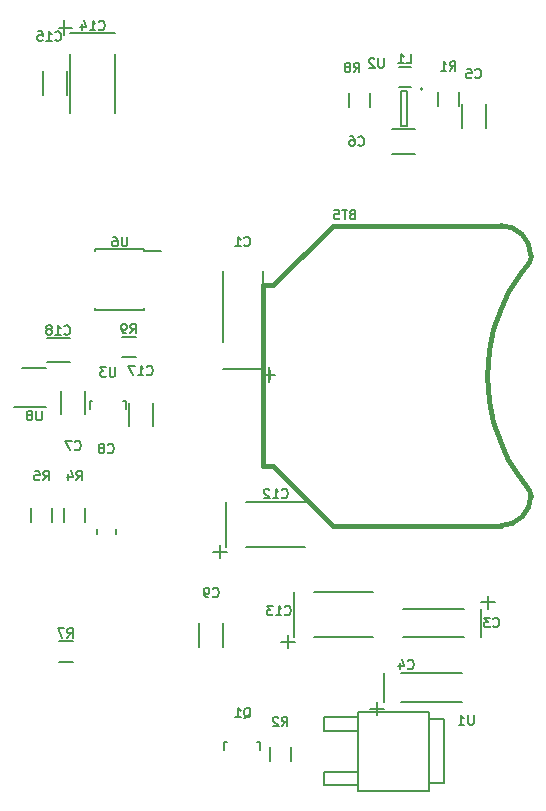
<source format=gbr>
G04 #@! TF.FileFunction,Legend,Bot*
%FSLAX46Y46*%
G04 Gerber Fmt 4.6, Leading zero omitted, Abs format (unit mm)*
G04 Created by KiCad (PCBNEW 0.201509101502+6177~30~ubuntu14.04.1-product) date Sat 12 Sep 2015 09:47:26 PM CEST*
%MOMM*%
G01*
G04 APERTURE LIST*
%ADD10C,0.100000*%
%ADD11C,0.150000*%
%ADD12C,0.381000*%
%ADD13C,0.127000*%
%ADD14C,0.160000*%
G04 APERTURE END LIST*
D10*
D11*
X38198400Y-10415800D02*
G75*
G03X38198400Y-10415800I-100000J0D01*
G01*
X36380000Y-10615000D02*
X36880000Y-10615000D01*
X36380000Y-13515000D02*
X36380000Y-10615000D01*
X36880000Y-13515000D02*
X36380000Y-13515000D01*
X36880000Y-10615000D02*
X36880000Y-13515000D01*
X19295000Y-57642000D02*
X19295000Y-55642000D01*
X21345000Y-55642000D02*
X21345000Y-57642000D01*
X14648000Y-23968000D02*
X14648000Y-24113000D01*
X10498000Y-23968000D02*
X10498000Y-24113000D01*
X10498000Y-29118000D02*
X10498000Y-28973000D01*
X14648000Y-29118000D02*
X14648000Y-28973000D01*
X14648000Y-23968000D02*
X10498000Y-23968000D01*
X14648000Y-29118000D02*
X10498000Y-29118000D01*
X14648000Y-24113000D02*
X16048000Y-24113000D01*
X13056820Y-37515800D02*
X13056820Y-36814760D01*
X13056820Y-36814760D02*
X12807900Y-36814760D01*
X10257840Y-36814760D02*
X10057180Y-36814760D01*
X10057180Y-36814760D02*
X10057180Y-37515800D01*
X24425820Y-66367660D02*
X24425820Y-65666620D01*
X24425820Y-65666620D02*
X24176900Y-65666620D01*
X21626840Y-65666620D02*
X21426180Y-65666620D01*
X21426180Y-65666620D02*
X21426180Y-66367660D01*
X37203000Y-10248000D02*
X36203000Y-10248000D01*
X36203000Y-8548000D02*
X37203000Y-8548000D01*
X15376000Y-36973000D02*
X15376000Y-38973000D01*
X13326000Y-38973000D02*
X13326000Y-36973000D01*
X8137000Y-8906000D02*
X8137000Y-10906000D01*
X6087000Y-10906000D02*
X6087000Y-8906000D01*
X8387080Y-5704840D02*
X12186920Y-5704840D01*
X8387080Y-12405360D02*
X8387080Y-7406640D01*
X12186920Y-12402820D02*
X12186920Y-7404100D01*
X7383780Y-5201920D02*
X8483600Y-5201920D01*
X7884160Y-4602480D02*
X7884160Y-5801360D01*
X27327860Y-56763920D02*
X27327860Y-52964080D01*
X34028380Y-56763920D02*
X29029660Y-56763920D01*
X34025840Y-52964080D02*
X29027120Y-52964080D01*
X26824940Y-57767220D02*
X26824940Y-56667400D01*
X26225500Y-57266840D02*
X27424380Y-57266840D01*
X21579840Y-49143920D02*
X21579840Y-45344080D01*
X28280360Y-49143920D02*
X23281640Y-49143920D01*
X28277820Y-45344080D02*
X23279100Y-45344080D01*
X21076920Y-50147220D02*
X21076920Y-49047400D01*
X20477480Y-49646840D02*
X21676360Y-49646840D01*
X10629900Y-47879000D02*
X10629900Y-47678340D01*
X10629900Y-47879000D02*
X10629900Y-48079660D01*
X12230100Y-47978060D02*
X12230100Y-48079660D01*
X12230100Y-48079660D02*
X12230100Y-47678340D01*
X9661000Y-35957000D02*
X9661000Y-37957000D01*
X7611000Y-37957000D02*
X7611000Y-35957000D01*
X37576000Y-15884000D02*
X35576000Y-15884000D01*
X35576000Y-13834000D02*
X37576000Y-13834000D01*
X41520000Y-13700000D02*
X41520000Y-11700000D01*
X43570000Y-11700000D02*
X43570000Y-13700000D01*
X36355020Y-59888120D02*
X41556940Y-59888120D01*
X41556940Y-62285880D02*
X36355020Y-62285880D01*
X34356040Y-63385700D02*
X34356040Y-62285880D01*
X33756600Y-62885320D02*
X34955480Y-62885320D01*
X34960560Y-62285880D02*
X34960560Y-59888120D01*
X41716960Y-56824880D02*
X36515040Y-56824880D01*
X36515040Y-54427120D02*
X41716960Y-54427120D01*
X43715940Y-53327300D02*
X43715940Y-54427120D01*
X44315380Y-53827680D02*
X43116500Y-53827680D01*
X43111420Y-54427120D02*
X43111420Y-56824880D01*
X24686260Y-34079180D02*
X21287740Y-34079180D01*
X21287740Y-25829260D02*
X21287740Y-31828740D01*
X24686260Y-25829260D02*
X24686260Y-31828740D01*
X25689560Y-34582100D02*
X24589740Y-34582100D01*
X25189180Y-35181540D02*
X25189180Y-33982660D01*
X6366000Y-31487000D02*
X8366000Y-31487000D01*
X8366000Y-33537000D02*
X6366000Y-33537000D01*
X4309000Y-34037000D02*
X6359000Y-34037000D01*
X3604000Y-37337000D02*
X6359000Y-37337000D01*
X27037000Y-67322000D02*
X27037000Y-66122000D01*
X25287000Y-66122000D02*
X25287000Y-67322000D01*
X12735000Y-33133000D02*
X13935000Y-33133000D01*
X13935000Y-31383000D02*
X12735000Y-31383000D01*
X41261000Y-11856000D02*
X41261000Y-10656000D01*
X39511000Y-10656000D02*
X39511000Y-11856000D01*
X9638000Y-47082000D02*
X9638000Y-45882000D01*
X7888000Y-45882000D02*
X7888000Y-47082000D01*
X6844000Y-47082000D02*
X6844000Y-45882000D01*
X5094000Y-45882000D02*
X5094000Y-47082000D01*
X8601000Y-57164000D02*
X7401000Y-57164000D01*
X7401000Y-58914000D02*
X8601000Y-58914000D01*
X32018000Y-10703000D02*
X32018000Y-11903000D01*
X33768000Y-11903000D02*
X33768000Y-10703000D01*
D12*
X43688000Y-34671000D02*
X43815000Y-36830000D01*
X43815000Y-36830000D02*
X44196000Y-38608000D01*
X44196000Y-38608000D02*
X44831000Y-40386000D01*
X44831000Y-40386000D02*
X45466000Y-41783000D01*
X45466000Y-41783000D02*
X46355000Y-43180000D01*
X46355000Y-43180000D02*
X47244000Y-44323000D01*
X47244000Y-44323000D02*
X47371000Y-44831000D01*
X47371000Y-24511000D02*
X47244000Y-25019000D01*
X47244000Y-25019000D02*
X46355000Y-26162000D01*
X46355000Y-26162000D02*
X45466000Y-27559000D01*
X45466000Y-27559000D02*
X44831000Y-28956000D01*
X44831000Y-28956000D02*
X44196000Y-30734000D01*
X44196000Y-30734000D02*
X43815000Y-32512000D01*
X43815000Y-32512000D02*
X43688000Y-34671000D01*
X47371000Y-44831000D02*
G75*
G02X44831000Y-47371000I-2540000J0D01*
G01*
X44831000Y-21971000D02*
G75*
G02X47371000Y-24511000I0J-2540000D01*
G01*
X25527000Y-42367200D02*
X30657800Y-47371000D01*
X30657800Y-47371000D02*
X44805600Y-47371000D01*
X25527000Y-26974800D02*
X30657800Y-21971000D01*
X30657800Y-21971000D02*
X44805600Y-21971000D01*
X24714200Y-26974800D02*
X25527000Y-26974800D01*
X24714200Y-42367200D02*
X25527000Y-42367200D01*
X24714200Y-26974800D02*
X24714200Y-42367200D01*
D13*
X38785800Y-69189600D02*
X39979600Y-69189600D01*
X39979600Y-69189600D02*
X39979600Y-63779400D01*
X39979600Y-63779400D02*
X38773100Y-63779400D01*
X32778700Y-64757300D02*
X29870400Y-64757300D01*
X29870400Y-63614300D02*
X32778700Y-63614300D01*
X29870400Y-64757300D02*
X29870400Y-63614300D01*
X29870400Y-69354700D02*
X29870400Y-68211700D01*
X29870400Y-68211700D02*
X32778700Y-68211700D01*
X32778700Y-69354700D02*
X29870400Y-69354700D01*
X32778700Y-63131700D02*
X38773100Y-63131700D01*
X38773100Y-63131700D02*
X38773100Y-69837300D01*
X38773100Y-69837300D02*
X32778700Y-69837300D01*
X32778700Y-63131700D02*
X32778700Y-69837300D01*
D14*
X34899524Y-7816905D02*
X34899524Y-8464524D01*
X34861429Y-8540714D01*
X34823333Y-8578810D01*
X34747143Y-8616905D01*
X34594762Y-8616905D01*
X34518571Y-8578810D01*
X34480476Y-8540714D01*
X34442381Y-8464524D01*
X34442381Y-7816905D01*
X34099524Y-7893095D02*
X34061429Y-7855000D01*
X33985238Y-7816905D01*
X33794762Y-7816905D01*
X33718572Y-7855000D01*
X33680476Y-7893095D01*
X33642381Y-7969286D01*
X33642381Y-8045476D01*
X33680476Y-8159762D01*
X34137619Y-8616905D01*
X33642381Y-8616905D01*
X20453333Y-53371714D02*
X20491428Y-53409810D01*
X20605714Y-53447905D01*
X20681904Y-53447905D01*
X20796190Y-53409810D01*
X20872381Y-53333619D01*
X20910476Y-53257429D01*
X20948571Y-53105048D01*
X20948571Y-52990762D01*
X20910476Y-52838381D01*
X20872381Y-52762190D01*
X20796190Y-52686000D01*
X20681904Y-52647905D01*
X20605714Y-52647905D01*
X20491428Y-52686000D01*
X20453333Y-52724095D01*
X20072381Y-53447905D02*
X19920000Y-53447905D01*
X19843809Y-53409810D01*
X19805714Y-53371714D01*
X19729523Y-53257429D01*
X19691428Y-53105048D01*
X19691428Y-52800286D01*
X19729523Y-52724095D01*
X19767619Y-52686000D01*
X19843809Y-52647905D01*
X19996190Y-52647905D01*
X20072381Y-52686000D01*
X20110476Y-52724095D01*
X20148571Y-52800286D01*
X20148571Y-52990762D01*
X20110476Y-53066952D01*
X20072381Y-53105048D01*
X19996190Y-53143143D01*
X19843809Y-53143143D01*
X19767619Y-53105048D01*
X19729523Y-53066952D01*
X19691428Y-52990762D01*
X13182524Y-22929905D02*
X13182524Y-23577524D01*
X13144429Y-23653714D01*
X13106333Y-23691810D01*
X13030143Y-23729905D01*
X12877762Y-23729905D01*
X12801571Y-23691810D01*
X12763476Y-23653714D01*
X12725381Y-23577524D01*
X12725381Y-22929905D01*
X12001572Y-22929905D02*
X12153953Y-22929905D01*
X12230143Y-22968000D01*
X12268238Y-23006095D01*
X12344429Y-23120381D01*
X12382524Y-23272762D01*
X12382524Y-23577524D01*
X12344429Y-23653714D01*
X12306334Y-23691810D01*
X12230143Y-23729905D01*
X12077762Y-23729905D01*
X12001572Y-23691810D01*
X11963476Y-23653714D01*
X11925381Y-23577524D01*
X11925381Y-23387048D01*
X11963476Y-23310857D01*
X12001572Y-23272762D01*
X12077762Y-23234667D01*
X12230143Y-23234667D01*
X12306334Y-23272762D01*
X12344429Y-23310857D01*
X12382524Y-23387048D01*
X12166524Y-33978905D02*
X12166524Y-34626524D01*
X12128429Y-34702714D01*
X12090333Y-34740810D01*
X12014143Y-34778905D01*
X11861762Y-34778905D01*
X11785571Y-34740810D01*
X11747476Y-34702714D01*
X11709381Y-34626524D01*
X11709381Y-33978905D01*
X11404619Y-33978905D02*
X10909381Y-33978905D01*
X11176048Y-34283667D01*
X11061762Y-34283667D01*
X10985572Y-34321762D01*
X10947476Y-34359857D01*
X10909381Y-34436048D01*
X10909381Y-34626524D01*
X10947476Y-34702714D01*
X10985572Y-34740810D01*
X11061762Y-34778905D01*
X11290334Y-34778905D01*
X11366524Y-34740810D01*
X11404619Y-34702714D01*
X23063190Y-63684095D02*
X23139381Y-63646000D01*
X23215571Y-63569810D01*
X23329857Y-63455524D01*
X23406048Y-63417429D01*
X23482238Y-63417429D01*
X23444143Y-63607905D02*
X23520333Y-63569810D01*
X23596524Y-63493619D01*
X23634619Y-63341238D01*
X23634619Y-63074571D01*
X23596524Y-62922190D01*
X23520333Y-62846000D01*
X23444143Y-62807905D01*
X23291762Y-62807905D01*
X23215571Y-62846000D01*
X23139381Y-62922190D01*
X23101286Y-63074571D01*
X23101286Y-63341238D01*
X23139381Y-63493619D01*
X23215571Y-63569810D01*
X23291762Y-63607905D01*
X23444143Y-63607905D01*
X22339381Y-63607905D02*
X22796524Y-63607905D01*
X22567953Y-63607905D02*
X22567953Y-62807905D01*
X22644143Y-62922190D01*
X22720334Y-62998381D01*
X22796524Y-63036476D01*
X36836333Y-8235905D02*
X37217286Y-8235905D01*
X37217286Y-7435905D01*
X36150619Y-8235905D02*
X36607762Y-8235905D01*
X36379191Y-8235905D02*
X36379191Y-7435905D01*
X36455381Y-7550190D01*
X36531572Y-7626381D01*
X36607762Y-7664476D01*
X14865286Y-34575714D02*
X14903381Y-34613810D01*
X15017667Y-34651905D01*
X15093857Y-34651905D01*
X15208143Y-34613810D01*
X15284334Y-34537619D01*
X15322429Y-34461429D01*
X15360524Y-34309048D01*
X15360524Y-34194762D01*
X15322429Y-34042381D01*
X15284334Y-33966190D01*
X15208143Y-33890000D01*
X15093857Y-33851905D01*
X15017667Y-33851905D01*
X14903381Y-33890000D01*
X14865286Y-33928095D01*
X14103381Y-34651905D02*
X14560524Y-34651905D01*
X14331953Y-34651905D02*
X14331953Y-33851905D01*
X14408143Y-33966190D01*
X14484334Y-34042381D01*
X14560524Y-34080476D01*
X13836714Y-33851905D02*
X13303381Y-33851905D01*
X13646238Y-34651905D01*
X7118286Y-6254714D02*
X7156381Y-6292810D01*
X7270667Y-6330905D01*
X7346857Y-6330905D01*
X7461143Y-6292810D01*
X7537334Y-6216619D01*
X7575429Y-6140429D01*
X7613524Y-5988048D01*
X7613524Y-5873762D01*
X7575429Y-5721381D01*
X7537334Y-5645190D01*
X7461143Y-5569000D01*
X7346857Y-5530905D01*
X7270667Y-5530905D01*
X7156381Y-5569000D01*
X7118286Y-5607095D01*
X6356381Y-6330905D02*
X6813524Y-6330905D01*
X6584953Y-6330905D02*
X6584953Y-5530905D01*
X6661143Y-5645190D01*
X6737334Y-5721381D01*
X6813524Y-5759476D01*
X5632571Y-5530905D02*
X6013524Y-5530905D01*
X6051619Y-5911857D01*
X6013524Y-5873762D01*
X5937333Y-5835667D01*
X5746857Y-5835667D01*
X5670667Y-5873762D01*
X5632571Y-5911857D01*
X5594476Y-5988048D01*
X5594476Y-6178524D01*
X5632571Y-6254714D01*
X5670667Y-6292810D01*
X5746857Y-6330905D01*
X5937333Y-6330905D01*
X6013524Y-6292810D01*
X6051619Y-6254714D01*
X10801286Y-5365714D02*
X10839381Y-5403810D01*
X10953667Y-5441905D01*
X11029857Y-5441905D01*
X11144143Y-5403810D01*
X11220334Y-5327619D01*
X11258429Y-5251429D01*
X11296524Y-5099048D01*
X11296524Y-4984762D01*
X11258429Y-4832381D01*
X11220334Y-4756190D01*
X11144143Y-4680000D01*
X11029857Y-4641905D01*
X10953667Y-4641905D01*
X10839381Y-4680000D01*
X10801286Y-4718095D01*
X10039381Y-5441905D02*
X10496524Y-5441905D01*
X10267953Y-5441905D02*
X10267953Y-4641905D01*
X10344143Y-4756190D01*
X10420334Y-4832381D01*
X10496524Y-4870476D01*
X9353667Y-4908571D02*
X9353667Y-5441905D01*
X9544143Y-4603810D02*
X9734619Y-5175238D01*
X9239381Y-5175238D01*
X26549286Y-54895714D02*
X26587381Y-54933810D01*
X26701667Y-54971905D01*
X26777857Y-54971905D01*
X26892143Y-54933810D01*
X26968334Y-54857619D01*
X27006429Y-54781429D01*
X27044524Y-54629048D01*
X27044524Y-54514762D01*
X27006429Y-54362381D01*
X26968334Y-54286190D01*
X26892143Y-54210000D01*
X26777857Y-54171905D01*
X26701667Y-54171905D01*
X26587381Y-54210000D01*
X26549286Y-54248095D01*
X25787381Y-54971905D02*
X26244524Y-54971905D01*
X26015953Y-54971905D02*
X26015953Y-54171905D01*
X26092143Y-54286190D01*
X26168334Y-54362381D01*
X26244524Y-54400476D01*
X25520714Y-54171905D02*
X25025476Y-54171905D01*
X25292143Y-54476667D01*
X25177857Y-54476667D01*
X25101667Y-54514762D01*
X25063571Y-54552857D01*
X25025476Y-54629048D01*
X25025476Y-54819524D01*
X25063571Y-54895714D01*
X25101667Y-54933810D01*
X25177857Y-54971905D01*
X25406429Y-54971905D01*
X25482619Y-54933810D01*
X25520714Y-54895714D01*
X26295286Y-44989714D02*
X26333381Y-45027810D01*
X26447667Y-45065905D01*
X26523857Y-45065905D01*
X26638143Y-45027810D01*
X26714334Y-44951619D01*
X26752429Y-44875429D01*
X26790524Y-44723048D01*
X26790524Y-44608762D01*
X26752429Y-44456381D01*
X26714334Y-44380190D01*
X26638143Y-44304000D01*
X26523857Y-44265905D01*
X26447667Y-44265905D01*
X26333381Y-44304000D01*
X26295286Y-44342095D01*
X25533381Y-45065905D02*
X25990524Y-45065905D01*
X25761953Y-45065905D02*
X25761953Y-44265905D01*
X25838143Y-44380190D01*
X25914334Y-44456381D01*
X25990524Y-44494476D01*
X25228619Y-44342095D02*
X25190524Y-44304000D01*
X25114333Y-44265905D01*
X24923857Y-44265905D01*
X24847667Y-44304000D01*
X24809571Y-44342095D01*
X24771476Y-44418286D01*
X24771476Y-44494476D01*
X24809571Y-44608762D01*
X25266714Y-45065905D01*
X24771476Y-45065905D01*
X11563333Y-41179714D02*
X11601428Y-41217810D01*
X11715714Y-41255905D01*
X11791904Y-41255905D01*
X11906190Y-41217810D01*
X11982381Y-41141619D01*
X12020476Y-41065429D01*
X12058571Y-40913048D01*
X12058571Y-40798762D01*
X12020476Y-40646381D01*
X11982381Y-40570190D01*
X11906190Y-40494000D01*
X11791904Y-40455905D01*
X11715714Y-40455905D01*
X11601428Y-40494000D01*
X11563333Y-40532095D01*
X11106190Y-40798762D02*
X11182381Y-40760667D01*
X11220476Y-40722571D01*
X11258571Y-40646381D01*
X11258571Y-40608286D01*
X11220476Y-40532095D01*
X11182381Y-40494000D01*
X11106190Y-40455905D01*
X10953809Y-40455905D01*
X10877619Y-40494000D01*
X10839523Y-40532095D01*
X10801428Y-40608286D01*
X10801428Y-40646381D01*
X10839523Y-40722571D01*
X10877619Y-40760667D01*
X10953809Y-40798762D01*
X11106190Y-40798762D01*
X11182381Y-40836857D01*
X11220476Y-40874952D01*
X11258571Y-40951143D01*
X11258571Y-41103524D01*
X11220476Y-41179714D01*
X11182381Y-41217810D01*
X11106190Y-41255905D01*
X10953809Y-41255905D01*
X10877619Y-41217810D01*
X10839523Y-41179714D01*
X10801428Y-41103524D01*
X10801428Y-40951143D01*
X10839523Y-40874952D01*
X10877619Y-40836857D01*
X10953809Y-40798762D01*
X8769333Y-40925714D02*
X8807428Y-40963810D01*
X8921714Y-41001905D01*
X8997904Y-41001905D01*
X9112190Y-40963810D01*
X9188381Y-40887619D01*
X9226476Y-40811429D01*
X9264571Y-40659048D01*
X9264571Y-40544762D01*
X9226476Y-40392381D01*
X9188381Y-40316190D01*
X9112190Y-40240000D01*
X8997904Y-40201905D01*
X8921714Y-40201905D01*
X8807428Y-40240000D01*
X8769333Y-40278095D01*
X8502666Y-40201905D02*
X7969333Y-40201905D01*
X8312190Y-41001905D01*
X32772333Y-15144714D02*
X32810428Y-15182810D01*
X32924714Y-15220905D01*
X33000904Y-15220905D01*
X33115190Y-15182810D01*
X33191381Y-15106619D01*
X33229476Y-15030429D01*
X33267571Y-14878048D01*
X33267571Y-14763762D01*
X33229476Y-14611381D01*
X33191381Y-14535190D01*
X33115190Y-14459000D01*
X33000904Y-14420905D01*
X32924714Y-14420905D01*
X32810428Y-14459000D01*
X32772333Y-14497095D01*
X32086619Y-14420905D02*
X32239000Y-14420905D01*
X32315190Y-14459000D01*
X32353285Y-14497095D01*
X32429476Y-14611381D01*
X32467571Y-14763762D01*
X32467571Y-15068524D01*
X32429476Y-15144714D01*
X32391381Y-15182810D01*
X32315190Y-15220905D01*
X32162809Y-15220905D01*
X32086619Y-15182810D01*
X32048523Y-15144714D01*
X32010428Y-15068524D01*
X32010428Y-14878048D01*
X32048523Y-14801857D01*
X32086619Y-14763762D01*
X32162809Y-14725667D01*
X32315190Y-14725667D01*
X32391381Y-14763762D01*
X32429476Y-14801857D01*
X32467571Y-14878048D01*
X42678333Y-9429714D02*
X42716428Y-9467810D01*
X42830714Y-9505905D01*
X42906904Y-9505905D01*
X43021190Y-9467810D01*
X43097381Y-9391619D01*
X43135476Y-9315429D01*
X43173571Y-9163048D01*
X43173571Y-9048762D01*
X43135476Y-8896381D01*
X43097381Y-8820190D01*
X43021190Y-8744000D01*
X42906904Y-8705905D01*
X42830714Y-8705905D01*
X42716428Y-8744000D01*
X42678333Y-8782095D01*
X41954523Y-8705905D02*
X42335476Y-8705905D01*
X42373571Y-9086857D01*
X42335476Y-9048762D01*
X42259285Y-9010667D01*
X42068809Y-9010667D01*
X41992619Y-9048762D01*
X41954523Y-9086857D01*
X41916428Y-9163048D01*
X41916428Y-9353524D01*
X41954523Y-9429714D01*
X41992619Y-9467810D01*
X42068809Y-9505905D01*
X42259285Y-9505905D01*
X42335476Y-9467810D01*
X42373571Y-9429714D01*
X36963333Y-59467714D02*
X37001428Y-59505810D01*
X37115714Y-59543905D01*
X37191904Y-59543905D01*
X37306190Y-59505810D01*
X37382381Y-59429619D01*
X37420476Y-59353429D01*
X37458571Y-59201048D01*
X37458571Y-59086762D01*
X37420476Y-58934381D01*
X37382381Y-58858190D01*
X37306190Y-58782000D01*
X37191904Y-58743905D01*
X37115714Y-58743905D01*
X37001428Y-58782000D01*
X36963333Y-58820095D01*
X36277619Y-59010571D02*
X36277619Y-59543905D01*
X36468095Y-58705810D02*
X36658571Y-59277238D01*
X36163333Y-59277238D01*
X44202333Y-55911714D02*
X44240428Y-55949810D01*
X44354714Y-55987905D01*
X44430904Y-55987905D01*
X44545190Y-55949810D01*
X44621381Y-55873619D01*
X44659476Y-55797429D01*
X44697571Y-55645048D01*
X44697571Y-55530762D01*
X44659476Y-55378381D01*
X44621381Y-55302190D01*
X44545190Y-55226000D01*
X44430904Y-55187905D01*
X44354714Y-55187905D01*
X44240428Y-55226000D01*
X44202333Y-55264095D01*
X43935666Y-55187905D02*
X43440428Y-55187905D01*
X43707095Y-55492667D01*
X43592809Y-55492667D01*
X43516619Y-55530762D01*
X43478523Y-55568857D01*
X43440428Y-55645048D01*
X43440428Y-55835524D01*
X43478523Y-55911714D01*
X43516619Y-55949810D01*
X43592809Y-55987905D01*
X43821381Y-55987905D01*
X43897571Y-55949810D01*
X43935666Y-55911714D01*
X23120333Y-23653714D02*
X23158428Y-23691810D01*
X23272714Y-23729905D01*
X23348904Y-23729905D01*
X23463190Y-23691810D01*
X23539381Y-23615619D01*
X23577476Y-23539429D01*
X23615571Y-23387048D01*
X23615571Y-23272762D01*
X23577476Y-23120381D01*
X23539381Y-23044190D01*
X23463190Y-22968000D01*
X23348904Y-22929905D01*
X23272714Y-22929905D01*
X23158428Y-22968000D01*
X23120333Y-23006095D01*
X22358428Y-23729905D02*
X22815571Y-23729905D01*
X22587000Y-23729905D02*
X22587000Y-22929905D01*
X22663190Y-23044190D01*
X22739381Y-23120381D01*
X22815571Y-23158476D01*
D11*
X25258069Y-34198608D02*
X25258069Y-34960513D01*
X25639021Y-34579561D02*
X24877116Y-34579561D01*
D14*
X7880286Y-31146714D02*
X7918381Y-31184810D01*
X8032667Y-31222905D01*
X8108857Y-31222905D01*
X8223143Y-31184810D01*
X8299334Y-31108619D01*
X8337429Y-31032429D01*
X8375524Y-30880048D01*
X8375524Y-30765762D01*
X8337429Y-30613381D01*
X8299334Y-30537190D01*
X8223143Y-30461000D01*
X8108857Y-30422905D01*
X8032667Y-30422905D01*
X7918381Y-30461000D01*
X7880286Y-30499095D01*
X7118381Y-31222905D02*
X7575524Y-31222905D01*
X7346953Y-31222905D02*
X7346953Y-30422905D01*
X7423143Y-30537190D01*
X7499334Y-30613381D01*
X7575524Y-30651476D01*
X6661238Y-30765762D02*
X6737429Y-30727667D01*
X6775524Y-30689571D01*
X6813619Y-30613381D01*
X6813619Y-30575286D01*
X6775524Y-30499095D01*
X6737429Y-30461000D01*
X6661238Y-30422905D01*
X6508857Y-30422905D01*
X6432667Y-30461000D01*
X6394571Y-30499095D01*
X6356476Y-30575286D01*
X6356476Y-30613381D01*
X6394571Y-30689571D01*
X6432667Y-30727667D01*
X6508857Y-30765762D01*
X6661238Y-30765762D01*
X6737429Y-30803857D01*
X6775524Y-30841952D01*
X6813619Y-30918143D01*
X6813619Y-31070524D01*
X6775524Y-31146714D01*
X6737429Y-31184810D01*
X6661238Y-31222905D01*
X6508857Y-31222905D01*
X6432667Y-31184810D01*
X6394571Y-31146714D01*
X6356476Y-31070524D01*
X6356476Y-30918143D01*
X6394571Y-30841952D01*
X6432667Y-30803857D01*
X6508857Y-30765762D01*
X5943524Y-37661905D02*
X5943524Y-38309524D01*
X5905429Y-38385714D01*
X5867333Y-38423810D01*
X5791143Y-38461905D01*
X5638762Y-38461905D01*
X5562571Y-38423810D01*
X5524476Y-38385714D01*
X5486381Y-38309524D01*
X5486381Y-37661905D01*
X4991143Y-38004762D02*
X5067334Y-37966667D01*
X5105429Y-37928571D01*
X5143524Y-37852381D01*
X5143524Y-37814286D01*
X5105429Y-37738095D01*
X5067334Y-37700000D01*
X4991143Y-37661905D01*
X4838762Y-37661905D01*
X4762572Y-37700000D01*
X4724476Y-37738095D01*
X4686381Y-37814286D01*
X4686381Y-37852381D01*
X4724476Y-37928571D01*
X4762572Y-37966667D01*
X4838762Y-38004762D01*
X4991143Y-38004762D01*
X5067334Y-38042857D01*
X5105429Y-38080952D01*
X5143524Y-38157143D01*
X5143524Y-38309524D01*
X5105429Y-38385714D01*
X5067334Y-38423810D01*
X4991143Y-38461905D01*
X4838762Y-38461905D01*
X4762572Y-38423810D01*
X4724476Y-38385714D01*
X4686381Y-38309524D01*
X4686381Y-38157143D01*
X4724476Y-38080952D01*
X4762572Y-38042857D01*
X4838762Y-38004762D01*
X26295333Y-64369905D02*
X26562000Y-63988952D01*
X26752476Y-64369905D02*
X26752476Y-63569905D01*
X26447714Y-63569905D01*
X26371523Y-63608000D01*
X26333428Y-63646095D01*
X26295333Y-63722286D01*
X26295333Y-63836571D01*
X26333428Y-63912762D01*
X26371523Y-63950857D01*
X26447714Y-63988952D01*
X26752476Y-63988952D01*
X25990571Y-63646095D02*
X25952476Y-63608000D01*
X25876285Y-63569905D01*
X25685809Y-63569905D01*
X25609619Y-63608000D01*
X25571523Y-63646095D01*
X25533428Y-63722286D01*
X25533428Y-63798476D01*
X25571523Y-63912762D01*
X26028666Y-64369905D01*
X25533428Y-64369905D01*
X13468333Y-31095905D02*
X13735000Y-30714952D01*
X13925476Y-31095905D02*
X13925476Y-30295905D01*
X13620714Y-30295905D01*
X13544523Y-30334000D01*
X13506428Y-30372095D01*
X13468333Y-30448286D01*
X13468333Y-30562571D01*
X13506428Y-30638762D01*
X13544523Y-30676857D01*
X13620714Y-30714952D01*
X13925476Y-30714952D01*
X13087381Y-31095905D02*
X12935000Y-31095905D01*
X12858809Y-31057810D01*
X12820714Y-31019714D01*
X12744523Y-30905429D01*
X12706428Y-30753048D01*
X12706428Y-30448286D01*
X12744523Y-30372095D01*
X12782619Y-30334000D01*
X12858809Y-30295905D01*
X13011190Y-30295905D01*
X13087381Y-30334000D01*
X13125476Y-30372095D01*
X13163571Y-30448286D01*
X13163571Y-30638762D01*
X13125476Y-30714952D01*
X13087381Y-30753048D01*
X13011190Y-30791143D01*
X12858809Y-30791143D01*
X12782619Y-30753048D01*
X12744523Y-30714952D01*
X12706428Y-30638762D01*
X40519333Y-8870905D02*
X40786000Y-8489952D01*
X40976476Y-8870905D02*
X40976476Y-8070905D01*
X40671714Y-8070905D01*
X40595523Y-8109000D01*
X40557428Y-8147095D01*
X40519333Y-8223286D01*
X40519333Y-8337571D01*
X40557428Y-8413762D01*
X40595523Y-8451857D01*
X40671714Y-8489952D01*
X40976476Y-8489952D01*
X39757428Y-8870905D02*
X40214571Y-8870905D01*
X39986000Y-8870905D02*
X39986000Y-8070905D01*
X40062190Y-8185190D01*
X40138381Y-8261381D01*
X40214571Y-8299476D01*
X8896333Y-43541905D02*
X9163000Y-43160952D01*
X9353476Y-43541905D02*
X9353476Y-42741905D01*
X9048714Y-42741905D01*
X8972523Y-42780000D01*
X8934428Y-42818095D01*
X8896333Y-42894286D01*
X8896333Y-43008571D01*
X8934428Y-43084762D01*
X8972523Y-43122857D01*
X9048714Y-43160952D01*
X9353476Y-43160952D01*
X8210619Y-43008571D02*
X8210619Y-43541905D01*
X8401095Y-42703810D02*
X8591571Y-43275238D01*
X8096333Y-43275238D01*
X6102333Y-43541905D02*
X6369000Y-43160952D01*
X6559476Y-43541905D02*
X6559476Y-42741905D01*
X6254714Y-42741905D01*
X6178523Y-42780000D01*
X6140428Y-42818095D01*
X6102333Y-42894286D01*
X6102333Y-43008571D01*
X6140428Y-43084762D01*
X6178523Y-43122857D01*
X6254714Y-43160952D01*
X6559476Y-43160952D01*
X5378523Y-42741905D02*
X5759476Y-42741905D01*
X5797571Y-43122857D01*
X5759476Y-43084762D01*
X5683285Y-43046667D01*
X5492809Y-43046667D01*
X5416619Y-43084762D01*
X5378523Y-43122857D01*
X5340428Y-43199048D01*
X5340428Y-43389524D01*
X5378523Y-43465714D01*
X5416619Y-43503810D01*
X5492809Y-43541905D01*
X5683285Y-43541905D01*
X5759476Y-43503810D01*
X5797571Y-43465714D01*
X8134333Y-56876905D02*
X8401000Y-56495952D01*
X8591476Y-56876905D02*
X8591476Y-56076905D01*
X8286714Y-56076905D01*
X8210523Y-56115000D01*
X8172428Y-56153095D01*
X8134333Y-56229286D01*
X8134333Y-56343571D01*
X8172428Y-56419762D01*
X8210523Y-56457857D01*
X8286714Y-56495952D01*
X8591476Y-56495952D01*
X7867666Y-56076905D02*
X7334333Y-56076905D01*
X7677190Y-56876905D01*
X32391333Y-8997905D02*
X32658000Y-8616952D01*
X32848476Y-8997905D02*
X32848476Y-8197905D01*
X32543714Y-8197905D01*
X32467523Y-8236000D01*
X32429428Y-8274095D01*
X32391333Y-8350286D01*
X32391333Y-8464571D01*
X32429428Y-8540762D01*
X32467523Y-8578857D01*
X32543714Y-8616952D01*
X32848476Y-8616952D01*
X31934190Y-8540762D02*
X32010381Y-8502667D01*
X32048476Y-8464571D01*
X32086571Y-8388381D01*
X32086571Y-8350286D01*
X32048476Y-8274095D01*
X32010381Y-8236000D01*
X31934190Y-8197905D01*
X31781809Y-8197905D01*
X31705619Y-8236000D01*
X31667523Y-8274095D01*
X31629428Y-8350286D01*
X31629428Y-8388381D01*
X31667523Y-8464571D01*
X31705619Y-8502667D01*
X31781809Y-8540762D01*
X31934190Y-8540762D01*
X32010381Y-8578857D01*
X32048476Y-8616952D01*
X32086571Y-8693143D01*
X32086571Y-8845524D01*
X32048476Y-8921714D01*
X32010381Y-8959810D01*
X31934190Y-8997905D01*
X31781809Y-8997905D01*
X31705619Y-8959810D01*
X31667523Y-8921714D01*
X31629428Y-8845524D01*
X31629428Y-8693143D01*
X31667523Y-8616952D01*
X31705619Y-8578857D01*
X31781809Y-8540762D01*
X32251571Y-21024857D02*
X32137285Y-21062952D01*
X32099190Y-21101048D01*
X32061095Y-21177238D01*
X32061095Y-21291524D01*
X32099190Y-21367714D01*
X32137285Y-21405810D01*
X32213476Y-21443905D01*
X32518238Y-21443905D01*
X32518238Y-20643905D01*
X32251571Y-20643905D01*
X32175381Y-20682000D01*
X32137285Y-20720095D01*
X32099190Y-20796286D01*
X32099190Y-20872476D01*
X32137285Y-20948667D01*
X32175381Y-20986762D01*
X32251571Y-21024857D01*
X32518238Y-21024857D01*
X31832524Y-20643905D02*
X31375381Y-20643905D01*
X31603952Y-21443905D02*
X31603952Y-20643905D01*
X30727761Y-20643905D02*
X31108714Y-20643905D01*
X31146809Y-21024857D01*
X31108714Y-20986762D01*
X31032523Y-20948667D01*
X30842047Y-20948667D01*
X30765857Y-20986762D01*
X30727761Y-21024857D01*
X30689666Y-21101048D01*
X30689666Y-21291524D01*
X30727761Y-21367714D01*
X30765857Y-21405810D01*
X30842047Y-21443905D01*
X31032523Y-21443905D01*
X31108714Y-21405810D01*
X31146809Y-21367714D01*
X42519524Y-63442905D02*
X42519524Y-64090524D01*
X42481429Y-64166714D01*
X42443333Y-64204810D01*
X42367143Y-64242905D01*
X42214762Y-64242905D01*
X42138571Y-64204810D01*
X42100476Y-64166714D01*
X42062381Y-64090524D01*
X42062381Y-63442905D01*
X41262381Y-64242905D02*
X41719524Y-64242905D01*
X41490953Y-64242905D02*
X41490953Y-63442905D01*
X41567143Y-63557190D01*
X41643334Y-63633381D01*
X41719524Y-63671476D01*
M02*

</source>
